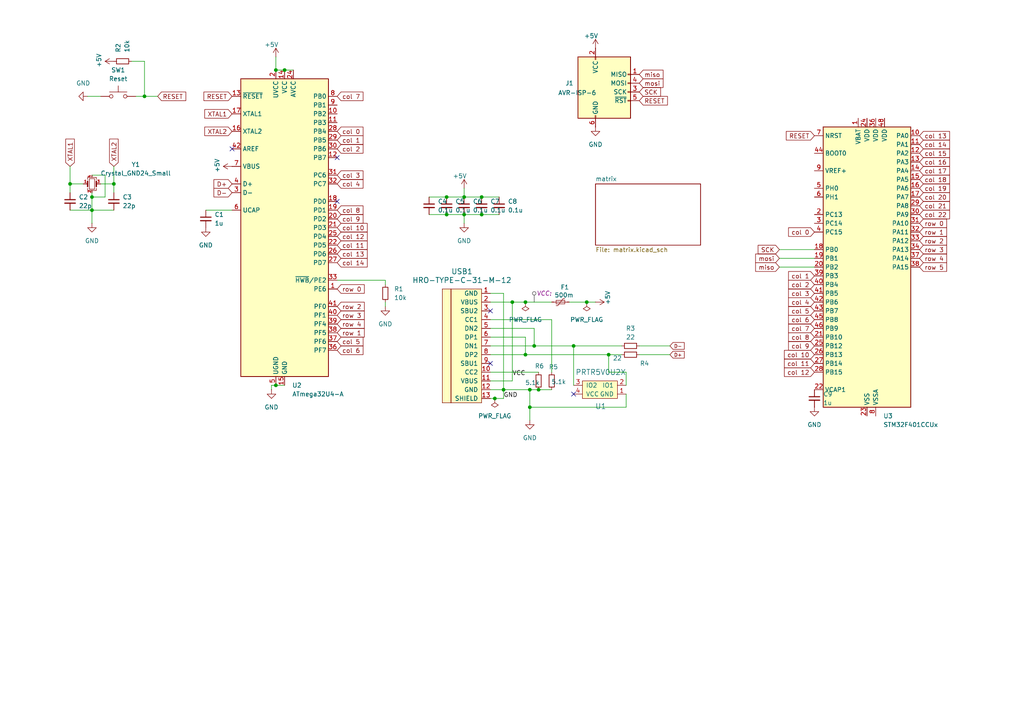
<source format=kicad_sch>
(kicad_sch (version 20231120) (generator "eeschema") (generator_version "8.0")
  (paper "A4")
  (lib_symbols
    (symbol "Connector:AVR-ISP-6" (pin_names (offset 1.016))
      (property "Reference" "J" (at -6.35 11.43 0))
      (property "Value" "AVR-ISP-6" (at 0 11.43 0))
      (symbol "AVR-ISP-6_0_1"
        (rectangle (start -2.667 -6.858) (end -2.413 -7.62))
        (rectangle (start -2.667 10.16) (end -2.413 9.398))
        (rectangle (start 7.62 -2.413) (end 6.858 -2.667))
        (rectangle (start 7.62 0.127) (end 6.858 -0.127))
        (rectangle (start 7.62 2.667) (end 6.858 2.413))
        (rectangle (start 7.62 5.207) (end 6.858 4.953))
        (rectangle (start 7.62 10.16) (end -7.62 -7.62) (stroke (width 0.254)) (fill (type background)))
      )
      (symbol "AVR-ISP-6_1_1"
        (pin passive line (at 10.16 5.08 180) (length 2.54) (name "MISO") (number "1"))
        (pin passive line (at -2.54 12.7 270) (length 2.54) (name "VCC") (number "2"))
        (pin passive line (at 10.16 0 180) (length 2.54) (name "SCK") (number "3"))
        (pin passive line (at 10.16 2.54 180) (length 2.54) (name "MOSI") (number "4"))
        (pin passive line (at 10.16 -2.54 180) (length 2.54) (name "~{RST}") (number "5"))
        (pin passive line (at -2.54 -10.16 90) (length 2.54) (name "GND") (number "6"))
      )
    )
    (symbol "Device:C_Small" (pin_numbers hide) (pin_names (offset 0.254) hide)
      (property "Reference" "C" (at 0.254 1.778 0))
      (property "Value" "C_Small" (at 0.254 -2.032 0))
      (symbol "C_Small_0_1"
        (polyline (pts (xy -1.524 -0.508) (xy 1.524 -0.508)) (stroke (width 0.3302)))
        (polyline (pts (xy -1.524 0.508) (xy 1.524 0.508)) (stroke (width 0.3048)))
      )
      (symbol "C_Small_1_1"
        (pin passive line (at 0 2.54 270) (length 2.032) (name "~") (number "1"))
        (pin passive line (at 0 -2.54 90) (length 2.032) (name "~") (number "2"))
      )
    )
    (symbol "Device:Crystal_GND24_Small" (pin_names (offset 1.016) hide)
      (property "Reference" "Y" (at 1.27 4.445 0))
      (property "Value" "Crystal_GND24_Small" (at 1.27 2.54 0))
      (symbol "Crystal_GND24_Small_0_1"
        (rectangle (start -0.762 -1.524) (end 0.762 1.524))
        (polyline (pts (xy -1.27 -0.762) (xy -1.27 0.762)) (stroke (width 0.381)))
        (polyline (pts (xy 1.27 -0.762) (xy 1.27 0.762)) (stroke (width 0.381)))
        (polyline (pts (xy -1.27 -1.27) (xy -1.27 -1.905) (xy 1.27 -1.905) (xy 1.27 -1.27)))
        (polyline (pts (xy -1.27 1.27) (xy -1.27 1.905) (xy 1.27 1.905) (xy 1.27 1.27)))
      )
      (symbol "Crystal_GND24_Small_1_1"
        (pin passive line (at -2.54 0 0) (length 1.27) (name "1") (number "1"))
        (pin passive line (at 0 -2.54 90) (length 0.635) (name "2") (number "2"))
        (pin passive line (at 2.54 0 180) (length 1.27) (name "3") (number "3"))
        (pin passive line (at 0 2.54 270) (length 0.635) (name "4") (number "4"))
      )
    )
    (symbol "Device:Polyfuse_Small" (pin_numbers hide) (pin_names (offset 0))
      (property "Reference" "F" (at -1.905 0 90))
      (property "Value" "Polyfuse_Small" (at 1.905 0 90))
      (symbol "Polyfuse_Small_0_1"
        (rectangle (start -0.508 1.27) (end 0.508 -1.27))
        (polyline (pts (xy 0 2.54) (xy 0 -2.54)))
        (polyline (pts (xy -1.016 1.27) (xy -1.016 0.762) (xy 1.016 -0.762) (xy 1.016 -1.27)))
      )
      (symbol "Polyfuse_Small_1_1"
        (pin passive line (at 0 2.54 270) (length 0.635) (name "~") (number "1"))
        (pin passive line (at 0 -2.54 90) (length 0.635) (name "~") (number "2"))
      )
    )
    (symbol "Device:R_Small" (pin_numbers hide) (pin_names (offset 0.254) hide)
      (property "Reference" "R" (at 0.762 0.508 0))
      (property "Value" "R_Small" (at 0.762 -1.016 0))
      (symbol "R_Small_0_1"
        (rectangle (start -0.762 1.778) (end 0.762 -1.778) (stroke (width 0.2032)))
      )
      (symbol "R_Small_1_1"
        (pin passive line (at 0 2.54 270) (length 0.762) (name "~") (number "1"))
        (pin passive line (at 0 -2.54 90) (length 0.762) (name "~") (number "2"))
      )
    )
    (symbol "MCU_Microchip_ATmega:ATmega32U4-A"
      (property "Reference" "U" (at -12.7 44.45 0))
      (property "Value" "ATmega32U4-A" (at 2.54 -44.45 0))
      (symbol "ATmega32U4-A_0_1"
        (rectangle (start -12.7 -43.18) (end 12.7 43.18) (stroke (width 0.254)) (fill (type background)))
      )
      (symbol "ATmega32U4-A_1_1"
        (pin bidirectional line (at 15.24 -17.78 180) (length 2.54) (name "PE6") (number "1"))
        (pin bidirectional line (at 15.24 33.02 180) (length 2.54) (name "PB2") (number "10"))
        (pin bidirectional line (at 15.24 30.48 180) (length 2.54) (name "PB3") (number "11"))
        (pin bidirectional line (at 15.24 20.32 180) (length 2.54) (name "PB7") (number "12"))
        (pin input line (at -15.24 38.1 0) (length 2.54) (name "~{RESET}") (number "13"))
        (pin power_in line (at 0 45.72 270) (length 2.54) (name "VCC") (number "14"))
        (pin power_in line (at 0 -45.72 90) (length 2.54) (name "GND") (number "15"))
        (pin output line (at -15.24 27.94 0) (length 2.54) (name "XTAL2") (number "16"))
        (pin input line (at -15.24 33.02 0) (length 2.54) (name "XTAL1") (number "17"))
        (pin bidirectional line (at 15.24 7.62 180) (length 2.54) (name "PD0") (number "18"))
        (pin bidirectional line (at 15.24 5.08 180) (length 2.54) (name "PD1") (number "19"))
        (pin power_in line (at -2.54 45.72 270) (length 2.54) (name "UVCC") (number "2"))
        (pin bidirectional line (at 15.24 2.54 180) (length 2.54) (name "PD2") (number "20"))
        (pin bidirectional line (at 15.24 0 180) (length 2.54) (name "PD3") (number "21"))
        (pin bidirectional line (at 15.24 -5.08 180) (length 2.54) (name "PD5") (number "22"))
        (pin passive line (at 0 -45.72 90) (length 2.54) hide (name "GND") (number "23"))
        (pin power_in line (at 2.54 45.72 270) (length 2.54) (name "AVCC") (number "24"))
        (pin bidirectional line (at 15.24 -2.54 180) (length 2.54) (name "PD4") (number "25"))
        (pin bidirectional line (at 15.24 -7.62 180) (length 2.54) (name "PD6") (number "26"))
        (pin bidirectional line (at 15.24 -10.16 180) (length 2.54) (name "PD7") (number "27"))
        (pin bidirectional line (at 15.24 27.94 180) (length 2.54) (name "PB4") (number "28"))
        (pin bidirectional line (at 15.24 25.4 180) (length 2.54) (name "PB5") (number "29"))
        (pin bidirectional line (at -15.24 10.16 0) (length 2.54) (name "D-") (number "3"))
        (pin bidirectional line (at 15.24 22.86 180) (length 2.54) (name "PB6") (number "30"))
        (pin bidirectional line (at 15.24 15.24 180) (length 2.54) (name "PC6") (number "31"))
        (pin bidirectional line (at 15.24 12.7 180) (length 2.54) (name "PC7") (number "32"))
        (pin bidirectional line (at 15.24 -15.24 180) (length 2.54) (name "~{HWB}/PE2") (number "33"))
        (pin passive line (at 0 45.72 270) (length 2.54) hide (name "VCC") (number "34"))
        (pin passive line (at 0 -45.72 90) (length 2.54) hide (name "GND") (number "35"))
        (pin bidirectional line (at 15.24 -35.56 180) (length 2.54) (name "PF7") (number "36"))
        (pin bidirectional line (at 15.24 -33.02 180) (length 2.54) (name "PF6") (number "37"))
        (pin bidirectional line (at 15.24 -30.48 180) (length 2.54) (name "PF5") (number "38"))
        (pin bidirectional line (at 15.24 -27.94 180) (length 2.54) (name "PF4") (number "39"))
        (pin bidirectional line (at -15.24 12.7 0) (length 2.54) (name "D+") (number "4"))
        (pin bidirectional line (at 15.24 -25.4 180) (length 2.54) (name "PF1") (number "40"))
        (pin bidirectional line (at 15.24 -22.86 180) (length 2.54) (name "PF0") (number "41"))
        (pin passive line (at -15.24 22.86 0) (length 2.54) (name "AREF") (number "42"))
        (pin passive line (at 0 -45.72 90) (length 2.54) hide (name "GND") (number "43"))
        (pin passive line (at 2.54 45.72 270) (length 2.54) hide (name "AVCC") (number "44"))
        (pin passive line (at -2.54 -45.72 90) (length 2.54) (name "UGND") (number "5"))
        (pin passive line (at -15.24 5.08 0) (length 2.54) (name "UCAP") (number "6"))
        (pin input line (at -15.24 17.78 0) (length 2.54) (name "VBUS") (number "7"))
        (pin bidirectional line (at 15.24 38.1 180) (length 2.54) (name "PB0") (number "8"))
        (pin bidirectional line (at 15.24 35.56 180) (length 2.54) (name "PB1") (number "9"))
      )
    )
    (symbol "MCU_ST_STM32F4:STM32F401CCUx"
      (property "Reference" "U" (at -12.7 41.91 0))
      (property "Value" "STM32F401CCUx" (at 7.62 41.91 0))
      (symbol "STM32F401CCUx_0_1"
        (rectangle (start -12.7 -40.64) (end 12.7 40.64) (stroke (width 0.254)) (fill (type background)))
      )
      (symbol "STM32F401CCUx_1_1"
        (pin power_in line (at -2.54 43.18 270) (length 2.54) (name "VBAT") (number "1"))
        (pin bidirectional line (at 15.24 38.1 180) (length 2.54) (name "PA0") (number "10"))
        (pin bidirectional line (at 15.24 35.56 180) (length 2.54) (name "PA1") (number "11"))
        (pin bidirectional line (at 15.24 33.02 180) (length 2.54) (name "PA2") (number "12"))
        (pin bidirectional line (at 15.24 30.48 180) (length 2.54) (name "PA3") (number "13"))
        (pin bidirectional line (at 15.24 27.94 180) (length 2.54) (name "PA4") (number "14"))
        (pin bidirectional line (at 15.24 25.4 180) (length 2.54) (name "PA5") (number "15"))
        (pin bidirectional line (at 15.24 22.86 180) (length 2.54) (name "PA6") (number "16"))
        (pin bidirectional line (at 15.24 20.32 180) (length 2.54) (name "PA7") (number "17"))
        (pin bidirectional line (at -15.24 5.08 0) (length 2.54) (name "PB0") (number "18"))
        (pin bidirectional line (at -15.24 2.54 0) (length 2.54) (name "PB1") (number "19"))
        (pin bidirectional line (at -15.24 15.24 0) (length 2.54) (name "PC13") (number "2"))
        (pin bidirectional line (at -15.24 0 0) (length 2.54) (name "PB2") (number "20"))
        (pin bidirectional line (at -15.24 -20.32 0) (length 2.54) (name "PB10") (number "21"))
        (pin power_out line (at -15.24 -35.56 0) (length 2.54) (name "VCAP1") (number "22"))
        (pin power_in line (at 0 -43.18 90) (length 2.54) (name "VSS") (number "23"))
        (pin power_in line (at 0 43.18 270) (length 2.54) (name "VDD") (number "24"))
        (pin bidirectional line (at -15.24 -22.86 0) (length 2.54) (name "PB12") (number "25"))
        (pin bidirectional line (at -15.24 -25.4 0) (length 2.54) (name "PB13") (number "26"))
        (pin bidirectional line (at -15.24 -27.94 0) (length 2.54) (name "PB14") (number "27"))
        (pin bidirectional line (at -15.24 -30.48 0) (length 2.54) (name "PB15") (number "28"))
        (pin bidirectional line (at 15.24 17.78 180) (length 2.54) (name "PA8") (number "29"))
        (pin bidirectional line (at -15.24 12.7 0) (length 2.54) (name "PC14") (number "3"))
        (pin bidirectional line (at 15.24 15.24 180) (length 2.54) (name "PA9") (number "30"))
        (pin bidirectional line (at 15.24 12.7 180) (length 2.54) (name "PA10") (number "31"))
        (pin bidirectional line (at 15.24 10.16 180) (length 2.54) (name "PA11") (number "32"))
        (pin bidirectional line (at 15.24 7.62 180) (length 2.54) (name "PA12") (number "33"))
        (pin bidirectional line (at 15.24 5.08 180) (length 2.54) (name "PA13") (number "34"))
        (pin passive line (at 0 -43.18 90) (length 2.54) hide (name "VSS") (number "35"))
        (pin power_in line (at 2.54 43.18 270) (length 2.54) (name "VDD") (number "36"))
        (pin bidirectional line (at 15.24 2.54 180) (length 2.54) (name "PA14") (number "37"))
        (pin bidirectional line (at 15.24 0 180) (length 2.54) (name "PA15") (number "38"))
        (pin bidirectional line (at -15.24 -2.54 0) (length 2.54) (name "PB3") (number "39"))
        (pin bidirectional line (at -15.24 10.16 0) (length 2.54) (name "PC15") (number "4"))
        (pin bidirectional line (at -15.24 -5.08 0) (length 2.54) (name "PB4") (number "40"))
        (pin bidirectional line (at -15.24 -7.62 0) (length 2.54) (name "PB5") (number "41"))
        (pin bidirectional line (at -15.24 -10.16 0) (length 2.54) (name "PB6") (number "42"))
        (pin bidirectional line (at -15.24 -12.7 0) (length 2.54) (name "PB7") (number "43"))
        (pin input line (at -15.24 33.02 0) (length 2.54) (name "BOOT0") (number "44"))
        (pin bidirectional line (at -15.24 -15.24 0) (length 2.54) (name "PB8") (number "45"))
        (pin bidirectional line (at -15.24 -17.78 0) (length 2.54) (name "PB9") (number "46"))
        (pin passive line (at 0 -43.18 90) (length 2.54) hide (name "VSS") (number "47"))
        (pin power_in line (at 5.08 43.18 270) (length 2.54) (name "VDD") (number "48"))
        (pin passive line (at 0 -43.18 90) (length 2.54) hide (name "VSS") (number "49"))
        (pin bidirectional line (at -15.24 22.86 0) (length 2.54) (name "PH0") (number "5"))
        (pin bidirectional line (at -15.24 20.32 0) (length 2.54) (name "PH1") (number "6"))
        (pin input line (at -15.24 38.1 0) (length 2.54) (name "NRST") (number "7"))
        (pin power_in line (at 2.54 -43.18 90) (length 2.54) (name "VSSA") (number "8"))
        (pin input line (at -15.24 27.94 0) (length 2.54) (name "VREF+") (number "9"))
      )
    )
    (symbol "Switch:SW_Push" (pin_numbers hide) (pin_names (offset 1.016) hide)
      (property "Reference" "SW" (at 1.27 2.54 0))
      (property "Value" "SW_Push" (at 0 -1.524 0))
      (symbol "SW_Push_0_1"
        (circle (center -2.032 0) (radius 0.508))
        (polyline (pts (xy 0 1.27) (xy 0 3.048)))
        (polyline (pts (xy 2.54 1.27) (xy -2.54 1.27)))
        (circle (center 2.032 0) (radius 0.508))
        (pin passive line (at -5.08 0 0) (length 2.54) (name "1") (number "1"))
        (pin passive line (at 5.08 0 180) (length 2.54) (name "2") (number "2"))
      )
    )
    (symbol "Type-C:HRO-TYPE-C-31-M-12" (pin_names (offset 1.016))
      (property "Reference" "USB" (at -5.08 16.51 0))
      (property "Value" "HRO-TYPE-C-31-M-12" (at -10.16 -1.27 90))
      (symbol "HRO-TYPE-C-31-M-12_0_1"
        (rectangle (start -11.43 15.24) (end -8.89 -17.78) (fill (type background)))
        (rectangle (start 0 -17.78) (end -8.89 15.24) (fill (type background)))
      )
      (symbol "HRO-TYPE-C-31-M-12_1_1"
        (pin input line (at 2.54 13.97 180) (length 2.54) (name "GND") (number "1"))
        (pin input line (at 2.54 -8.89 180) (length 2.54) (name "CC2") (number "10"))
        (pin input line (at 2.54 -11.43 180) (length 2.54) (name "VBUS") (number "11"))
        (pin input line (at 2.54 -13.97 180) (length 2.54) (name "GND") (number "12"))
        (pin input line (at 2.54 -16.51 180) (length 2.54) (name "SHIELD") (number "13"))
        (pin input line (at 2.54 11.43 180) (length 2.54) (name "VBUS") (number "2"))
        (pin input line (at 2.54 8.89 180) (length 2.54) (name "SBU2") (number "3"))
        (pin input line (at 2.54 6.35 180) (length 2.54) (name "CC1") (number "4"))
        (pin input line (at 2.54 3.81 180) (length 2.54) (name "DN2") (number "5"))
        (pin input line (at 2.54 1.27 180) (length 2.54) (name "DP1") (number "6"))
        (pin input line (at 2.54 -1.27 180) (length 2.54) (name "DN1") (number "7"))
        (pin input line (at 2.54 -3.81 180) (length 2.54) (name "DP2") (number "8"))
        (pin input line (at 2.54 -6.35 180) (length 2.54) (name "SBU1") (number "9"))
      )
    )
    (symbol "power:+5V" (power) (pin_numbers hide) (pin_names (offset 0) hide)
      (property "Value" "+5V" (at 0 3.556 0))
      (symbol "+5V_0_1"
        (polyline (pts (xy -0.762 1.27) (xy 0 2.54)))
        (polyline (pts (xy 0 0) (xy 0 2.54)))
        (polyline (pts (xy 0 2.54) (xy 0.762 1.27)))
      )
      (symbol "+5V_1_1"
        (pin power_in line (at 0 0 90) (length 0) (name "~") (number "1"))
      )
    )
    (symbol "power:GND" (power) (pin_numbers hide) (pin_names (offset 0) hide)
      (property "Value" "GND" (at 0 -3.81 0))
      (symbol "GND_0_1"
        (polyline (pts (xy 0 0) (xy 0 -1.27) (xy 1.27 -1.27) (xy 0 -2.54) (xy -1.27 -1.27) (xy 0 -1.27)))
      )
      (symbol "GND_1_1"
        (pin power_in line (at 0 0 270) (length 0) (name "~") (number "1"))
      )
    )
    (symbol "power:PWR_FLAG" (power) (pin_numbers hide) (pin_names (offset 0) hide)
      (property "Value" "PWR_FLAG" (at 0 3.81 0))
      (symbol "PWR_FLAG_0_0"
        (pin power_out line (at 0 0 90) (length 0) (name "~") (number "1"))
      )
      (symbol "PWR_FLAG_0_1"
        (polyline (pts (xy 0 0) (xy 0 1.27) (xy -1.016 1.905) (xy 0 2.54) (xy 1.016 1.905) (xy 0 1.27)))
      )
    )
    (symbol "random-keyboard-parts:PRTR5V0U2X" (pin_names (offset 1.016))
      (property "Reference" "U" (at 0 3.81 0))
      (property "Value" "PRTR5V0U2X" (at 0 -3.81 0))
      (symbol "PRTR5V0U2X_0_1"
        (rectangle (start -5.08 2.54) (end 5.08 -2.54) (fill (type background)))
      )
      (symbol "PRTR5V0U2X_1_1"
        (pin input line (at -7.62 1.27 0) (length 2.54) (name "GND") (number "1"))
        (pin input line (at -7.62 -1.27 0) (length 2.54) (name "IO1") (number "2"))
        (pin input line (at 7.62 -1.27 180) (length 2.54) (name "IO2") (number "3"))
        (pin input line (at 7.62 1.27 180) (length 2.54) (name "VCC") (number "4"))
      )
    )
  )
  (junction (at 154.94 100.33))
  (junction (at 129.54 57.15))
  (junction (at 41.91 27.94))
  (junction (at 143.51 115.57))
  (junction (at 129.54 62.23))
  (junction (at 26.67 57.15))
  (junction (at 80.01 20.32))
  (junction (at 80.01 111.76))
  (junction (at 148.59 87.63))
  (junction (at 153.67 113.03))
  (junction (at 20.32 53.34))
  (junction (at 152.4 87.63))
  (junction (at 166.37 100.33))
  (junction (at 146.05 113.03))
  (junction (at 152.4 102.87))
  (junction (at 153.67 118.11))
  (junction (at 176.53 102.87))
  (junction (at 134.62 57.15))
  (junction (at 156.21 113.03))
  (junction (at 26.67 60.96))
  (junction (at 33.02 53.34))
  (junction (at 170.18 87.63))
  (junction (at 134.62 62.23))
  (junction (at 139.7 62.23))
  (junction (at 139.7 57.15))
  (junction (at 82.55 20.32))
  (no_connect (at 97.79 45.72))
  (no_connect (at 142.24 90.17))
  (no_connect (at 67.31 43.18))
  (no_connect (at 166.37 114.3))
  (no_connect (at 97.79 58.42))
  (no_connect (at 142.24 105.41))
  (wire (pts (xy 29.21 53.34) (xy 33.02 53.34)))
  (wire (pts (xy 41.91 27.94) (xy 45.72 27.94)))
  (wire (pts (xy 139.7 62.23) (xy 144.78 62.23)))
  (wire (pts (xy 176.53 102.87) (xy 180.34 102.87)))
  (wire (pts (xy 142.24 97.79) (xy 152.4 97.79)))
  (wire (pts (xy 181.61 107.95) (xy 181.61 111.76)))
  (wire (pts (xy 142.24 102.87) (xy 152.4 102.87)))
  (wire (pts (xy 142.24 92.71) (xy 160.02 92.71)))
  (wire (pts (xy 78.74 111.76) (xy 80.01 111.76)))
  (wire (pts (xy 153.67 118.11) (xy 181.61 118.11)))
  (wire (pts (xy 26.67 57.15) (xy 30.48 57.15)))
  (wire (pts (xy 33.02 53.34) (xy 33.02 55.88)))
  (wire (pts (xy 25.4 27.94) (xy 29.21 27.94)))
  (wire (pts (xy 142.24 115.57) (xy 143.51 115.57)))
  (wire (pts (xy 166.37 100.33) (xy 180.34 100.33)))
  (wire (pts (xy 226.06 77.47) (xy 236.22 77.47)))
  (wire (pts (xy 124.46 57.15) (xy 129.54 57.15)))
  (wire (pts (xy 146.05 113.03) (xy 142.24 113.03)))
  (wire (pts (xy 41.91 17.78) (xy 41.91 27.94)))
  (wire (pts (xy 146.05 85.09) (xy 146.05 113.03)))
  (wire (pts (xy 139.7 57.15) (xy 144.78 57.15)))
  (wire (pts (xy 20.32 53.34) (xy 24.13 53.34)))
  (wire (pts (xy 26.67 57.15) (xy 26.67 55.88)))
  (wire (pts (xy 152.4 97.79) (xy 152.4 102.87)))
  (wire (pts (xy 39.37 27.94) (xy 41.91 27.94)))
  (wire (pts (xy 160.02 113.03) (xy 156.21 113.03)))
  (wire (pts (xy 80.01 20.32) (xy 82.55 20.32)))
  (wire (pts (xy 80.01 111.76) (xy 82.55 111.76)))
  (wire (pts (xy 148.59 110.49) (xy 142.24 110.49)))
  (wire (pts (xy 124.46 62.23) (xy 129.54 62.23)))
  (wire (pts (xy 82.55 20.32) (xy 85.09 20.32)))
  (wire (pts (xy 142.24 85.09) (xy 146.05 85.09)))
  (wire (pts (xy 146.05 113.03) (xy 153.67 113.03)))
  (wire (pts (xy 176.53 102.87) (xy 176.53 107.95)))
  (wire (pts (xy 226.06 72.39) (xy 236.22 72.39)))
  (wire (pts (xy 226.06 74.93) (xy 236.22 74.93)))
  (wire (pts (xy 134.62 57.15) (xy 139.7 57.15)))
  (wire (pts (xy 142.24 95.25) (xy 154.94 95.25)))
  (wire (pts (xy 148.59 87.63) (xy 152.4 87.63)))
  (wire (pts (xy 33.02 48.26) (xy 33.02 53.34)))
  (wire (pts (xy 142.24 100.33) (xy 154.94 100.33)))
  (wire (pts (xy 134.62 62.23) (xy 139.7 62.23)))
  (wire (pts (xy 129.54 57.15) (xy 134.62 57.15)))
  (wire (pts (xy 154.94 100.33) (xy 166.37 100.33)))
  (wire (pts (xy 20.32 48.26) (xy 20.32 53.34)))
  (wire (pts (xy 97.79 81.28) (xy 111.76 81.28)))
  (wire (pts (xy 134.62 54.61) (xy 134.62 57.15)))
  (wire (pts (xy 78.74 113.03) (xy 78.74 111.76)))
  (wire (pts (xy 152.4 102.87) (xy 176.53 102.87)))
  (wire (pts (xy 143.51 115.57) (xy 146.05 115.57)))
  (wire (pts (xy 20.32 53.34) (xy 20.32 55.88)))
  (wire (pts (xy 38.1 17.78) (xy 41.91 17.78)))
  (wire (pts (xy 80.01 16.51) (xy 80.01 20.32)))
  (wire (pts (xy 142.24 87.63) (xy 148.59 87.63)))
  (wire (pts (xy 165.1 87.63) (xy 170.18 87.63)))
  (wire (pts (xy 26.67 60.96) (xy 33.02 60.96)))
  (wire (pts (xy 111.76 88.9) (xy 111.76 87.63)))
  (wire (pts (xy 152.4 87.63) (xy 160.02 87.63)))
  (wire (pts (xy 166.37 100.33) (xy 166.37 111.76)))
  (wire (pts (xy 111.76 82.55) (xy 111.76 81.28)))
  (wire (pts (xy 160.02 92.71) (xy 160.02 107.95)))
  (wire (pts (xy 142.24 107.95) (xy 156.21 107.95)))
  (wire (pts (xy 26.67 50.8) (xy 30.48 50.8)))
  (wire (pts (xy 153.67 118.11) (xy 153.67 121.92)))
  (wire (pts (xy 134.62 62.23) (xy 134.62 64.77)))
  (wire (pts (xy 153.67 113.03) (xy 156.21 113.03)))
  (wire (pts (xy 30.48 50.8) (xy 30.48 57.15)))
  (wire (pts (xy 26.67 57.15) (xy 26.67 60.96)))
  (wire (pts (xy 148.59 87.63) (xy 148.59 110.49)))
  (wire (pts (xy 185.42 100.33) (xy 194.31 100.33)))
  (wire (pts (xy 129.54 62.23) (xy 134.62 62.23)))
  (wire (pts (xy 170.18 87.63) (xy 172.72 87.63)))
  (wire (pts (xy 59.69 60.96) (xy 67.31 60.96)))
  (wire (pts (xy 154.94 95.25) (xy 154.94 100.33)))
  (wire (pts (xy 181.61 114.3) (xy 181.61 118.11)))
  (wire (pts (xy 153.67 113.03) (xy 153.67 118.11)))
  (wire (pts (xy 176.53 107.95) (xy 181.61 107.95)))
  (wire (pts (xy 146.05 115.57) (xy 146.05 113.03)))
  (wire (pts (xy 20.32 60.96) (xy 26.67 60.96)))
  (wire (pts (xy 185.42 102.87) (xy 194.31 102.87)))
  (wire (pts (xy 26.67 60.96) (xy 26.67 64.77)))
  (label "GND" (at 146.05 115.57 0))
  (label "VCC" (at 148.59 109.22 0))
  (global_label "col 3" (shape input) (at 97.79 50.8 0) (property "Intersheetrefs" "${INTERSHEET_REFS}" (effects (hide yes))))
  (global_label "row 0" (shape input) (at 266.7 64.77 0) (property "Intersheetrefs" "${INTERSHEET_REFS}" (effects (hide yes))))
  (global_label "col 13" (shape input) (at 266.7 39.37 0) (property "Intersheetrefs" "${INTERSHEET_REFS}" (effects (hide yes))))
  (global_label "col 7" (shape input) (at 236.22 95.25 180) (property "Intersheetrefs" "${INTERSHEET_REFS}" (effects (hide yes))))
  (global_label "RESET" (shape input) (at 185.42 29.21 0) (property "Intersheetrefs" "${INTERSHEET_REFS}" (effects (hide yes))))
  (global_label "miso" (shape input) (at 226.06 77.47 180) (property "Intersheetrefs" "${INTERSHEET_REFS}" (effects (hide yes))))
  (global_label "col 3" (shape input) (at 236.22 85.09 180) (property "Intersheetrefs" "${INTERSHEET_REFS}" (effects (hide yes))))
  (global_label "col 6" (shape input) (at 236.22 92.71 180) (property "Intersheetrefs" "${INTERSHEET_REFS}" (effects (hide yes))))
  (global_label "col 13" (shape input) (at 97.79 73.66 0) (property "Intersheetrefs" "${INTERSHEET_REFS}" (effects (hide yes))))
  (global_label "row 3" (shape input) (at 97.79 91.44 0) (property "Intersheetrefs" "${INTERSHEET_REFS}" (effects (hide yes))))
  (global_label "col 12" (shape input) (at 236.22 107.95 180) (property "Intersheetrefs" "${INTERSHEET_REFS}" (effects (hide yes))))
  (global_label "col 4" (shape input) (at 236.22 87.63 180) (property "Intersheetrefs" "${INTERSHEET_REFS}" (effects (hide yes))))
  (global_label "col 5" (shape input) (at 97.79 99.06 0) (property "Intersheetrefs" "${INTERSHEET_REFS}" (effects (hide yes))))
  (global_label "col 2" (shape input) (at 236.22 82.55 180) (property "Intersheetrefs" "${INTERSHEET_REFS}" (effects (hide yes))))
  (global_label "col 21" (shape input) (at 266.7 59.69 0) (property "Intersheetrefs" "${INTERSHEET_REFS}" (effects (hide yes))))
  (global_label "col 6" (shape input) (at 97.79 101.6 0) (property "Intersheetrefs" "${INTERSHEET_REFS}" (effects (hide yes))))
  (global_label "XTAL2" (shape input) (at 67.31 38.1 180) (property "Intersheetrefs" "${INTERSHEET_REFS}" (effects (hide yes))))
  (global_label "col 0" (shape input) (at 97.79 38.1 0) (property "Intersheetrefs" "${INTERSHEET_REFS}" (effects (hide yes))))
  (global_label "row 3" (shape input) (at 266.7 72.39 0) (property "Intersheetrefs" "${INTERSHEET_REFS}" (effects (hide yes))))
  (global_label "col 14" (shape input) (at 97.79 76.2 0) (property "Intersheetrefs" "${INTERSHEET_REFS}" (effects (hide yes))))
  (global_label "col 19" (shape input) (at 266.7 54.61 0) (property "Intersheetrefs" "${INTERSHEET_REFS}" (effects (hide yes))))
  (global_label "SCK" (shape input) (at 185.42 26.67 0) (property "Intersheetrefs" "${INTERSHEET_REFS}" (effects (hide yes))))
  (global_label "col 5" (shape input) (at 236.22 90.17 180) (property "Intersheetrefs" "${INTERSHEET_REFS}" (effects (hide yes))))
  (global_label "col 2" (shape input) (at 97.79 43.18 0) (property "Intersheetrefs" "${INTERSHEET_REFS}" (effects (hide yes))))
  (global_label "col 4" (shape input) (at 97.79 53.34 0) (property "Intersheetrefs" "${INTERSHEET_REFS}" (effects (hide yes))))
  (global_label "col 1" (shape input) (at 236.22 80.01 180) (property "Intersheetrefs" "${INTERSHEET_REFS}" (effects (hide yes))))
  (global_label "RESET" (shape input) (at 67.31 27.94 180) (property "Intersheetrefs" "${INTERSHEET_REFS}" (effects (hide yes))))
  (global_label "XTAL2" (shape input) (at 33.02 48.26 90) (property "Intersheetrefs" "${INTERSHEET_REFS}" (effects (hide yes))))
  (global_label "SCK" (shape input) (at 226.06 72.39 180) (property "Intersheetrefs" "${INTERSHEET_REFS}" (effects (hide yes))))
  (global_label "row 2" (shape input) (at 266.7 69.85 0) (property "Intersheetrefs" "${INTERSHEET_REFS}" (effects (hide yes))))
  (global_label "D-" (shape input) (at 194.31 100.33 0) (effects (font (size 1 1))) (property "Intersheetrefs" "${INTERSHEET_REFS}" (effects (hide yes))))
  (global_label "col 1" (shape input) (at 97.79 40.64 0) (property "Intersheetrefs" "${INTERSHEET_REFS}" (effects (hide yes))))
  (global_label "col 11" (shape input) (at 236.22 105.41 180) (property "Intersheetrefs" "${INTERSHEET_REFS}" (effects (hide yes))))
  (global_label "col 8" (shape input) (at 97.79 60.96 0) (property "Intersheetrefs" "${INTERSHEET_REFS}" (effects (hide yes))))
  (global_label "col 0" (shape input) (at 236.22 67.31 180) (property "Intersheetrefs" "${INTERSHEET_REFS}" (effects (hide yes))))
  (global_label "row 4" (shape input) (at 266.7 74.93 0) (property "Intersheetrefs" "${INTERSHEET_REFS}" (effects (hide yes))))
  (global_label "col 17" (shape input) (at 266.7 49.53 0) (property "Intersheetrefs" "${INTERSHEET_REFS}" (effects (hide yes))))
  (global_label "mosi" (shape input) (at 185.42 24.13 0) (property "Intersheetrefs" "${INTERSHEET_REFS}" (effects (hide yes))))
  (global_label "XTAL1" (shape input) (at 67.31 33.02 180) (property "Intersheetrefs" "${INTERSHEET_REFS}" (effects (hide yes))))
  (global_label "col 12" (shape input) (at 97.79 68.58 0) (property "Intersheetrefs" "${INTERSHEET_REFS}" (effects (hide yes))))
  (global_label "D+" (shape input) (at 194.31 102.87 0) (effects (font (size 1 1))) (property "Intersheetrefs" "${INTERSHEET_REFS}" (effects (hide yes))))
  (global_label "miso" (shape input) (at 185.42 21.59 0) (property "Intersheetrefs" "${INTERSHEET_REFS}" (effects (hide yes))))
  (global_label "col 9" (shape input) (at 97.79 63.5 0) (property "Intersheetrefs" "${INTERSHEET_REFS}" (effects (hide yes))))
  (global_label "col 18" (shape input) (at 266.7 52.07 0) (property "Intersheetrefs" "${INTERSHEET_REFS}" (effects (hide yes))))
  (global_label "row 4" (shape input) (at 97.79 93.98 0) (property "Intersheetrefs" "${INTERSHEET_REFS}" (effects (hide yes))))
  (global_label "row 1" (shape input) (at 97.79 96.52 0) (property "Intersheetrefs" "${INTERSHEET_REFS}" (effects (hide yes))))
  (global_label "mosi" (shape input) (at 226.06 74.93 180) (property "Intersheetrefs" "${INTERSHEET_REFS}" (effects (hide yes))))
  (global_label "col 14" (shape input) (at 266.7 41.91 0) (property "Intersheetrefs" "${INTERSHEET_REFS}" (effects (hide yes))))
  (global_label "col 22" (shape input) (at 266.7 62.23 0) (property "Intersheetrefs" "${INTERSHEET_REFS}" (effects (hide yes))))
  (global_label "RESET" (shape input) (at 45.72 27.94 0) (property "Intersheetrefs" "${INTERSHEET_REFS}" (effects (hide yes))))
  (global_label "col 10" (shape input) (at 97.79 66.04 0) (property "Intersheetrefs" "${INTERSHEET_REFS}" (effects (hide yes))))
  (global_label "col 8" (shape input) (at 236.22 97.79 180) (property "Intersheetrefs" "${INTERSHEET_REFS}" (effects (hide yes))))
  (global_label "col 11" (shape input) (at 97.79 71.12 0) (property "Intersheetrefs" "${INTERSHEET_REFS}" (effects (hide yes))))
  (global_label "col 10" (shape input) (at 236.22 102.87 180) (property "Intersheetrefs" "${INTERSHEET_REFS}" (effects (hide yes))))
  (global_label "XTAL1" (shape input) (at 20.32 48.26 90) (property "Intersheetrefs" "${INTERSHEET_REFS}" (effects (hide yes))))
  (global_label "row 2" (shape input) (at 97.79 88.9 0) (property "Intersheetrefs" "${INTERSHEET_REFS}" (effects (hide yes))))
  (global_label "col 20" (shape input) (at 266.7 57.15 0) (property "Intersheetrefs" "${INTERSHEET_REFS}" (effects (hide yes))))
  (global_label "D+" (shape input) (at 67.31 53.34 180) (property "Intersheetrefs" "${INTERSHEET_REFS}" (effects (hide yes))))
  (global_label "col 9" (shape input) (at 236.22 100.33 180) (property "Intersheetrefs" "${INTERSHEET_REFS}" (effects (hide yes))))
  (global_label "row 5" (shape input) (at 266.7 77.47 0) (property "Intersheetrefs" "${INTERSHEET_REFS}" (effects (hide yes))))
  (global_label "col 15" (shape input) (at 266.7 44.45 0) (property "Intersheetrefs" "${INTERSHEET_REFS}" (effects (hide yes))))
  (global_label "RESET" (shape input) (at 236.22 39.37 180) (property "Intersheetrefs" "${INTERSHEET_REFS}" (effects (hide yes))))
  (global_label "D-" (shape input) (at 67.31 55.88 180) (property "Intersheetrefs" "${INTERSHEET_REFS}" (effects (hide yes))))
  (global_label "row 0" (shape input) (at 97.79 83.82 0) (property "Intersheetrefs" "${INTERSHEET_REFS}" (effects (hide yes))))
  (global_label "col 16" (shape input) (at 266.7 46.99 0) (property "Intersheetrefs" "${INTERSHEET_REFS}" (effects (hide yes))))
  (global_label "row 1" (shape input) (at 266.7 67.31 0) (property "Intersheetrefs" "${INTERSHEET_REFS}" (effects (hide yes))))
  (global_label "col 7" (shape input) (at 97.79 27.94 0) (property "Intersheetrefs" "${INTERSHEET_REFS}" (effects (hide yes))))
  (netclass_flag "" (length 2.54) (shape round) (at 154.94 87.63 0))
  (symbol (lib_id "Device:R_Small") (at 182.88 102.87 90) (unit 1)
    (property "Reference" "R4" (at 186.944 105.41 90))
    (property "Value" "22" (at 179.07 103.886 90))
    (property "Description" "Resistor, small symbol" (effects (hide yes)))
  )
  (symbol (lib_id "power:PWR_FLAG") (at 170.18 87.63 180) (unit 1)
    (property "Reference" "#FLG03" (effects (hide yes)))
    (property "Value" "PWR_FLAG" (at 170.18 92.71 0))
    (property "Description" "Special symbol for telling ERC where power comes from" (effects (hide yes)))
  )
  (symbol (lib_id "Device:C_Small") (at 144.78 59.69 0) (unit 1)
    (property "Reference" "C8" (at 147.32 58.4262 0) (effects (justify left)))
    (property "Value" "0.1u" (at 147.32 60.9662 0) (effects (justify left)))
    (property "Description" "Unpolarized capacitor, small symbol" (effects (hide yes)))
  )
  (symbol (lib_id "power:GND") (at 172.72 36.83 0) (unit 1)
    (property "Reference" "#PWR09" (effects (hide yes)))
    (property "Value" "GND" (at 172.72 41.91 0))
    (property "Description" "Power symbol creates a global label with name \"GND\" , ground" (effects (hide yes)))
  )
  (symbol (lib_id "power:+5V") (at 80.01 16.51 0) (unit 1)
    (property "Reference" "#PWR01" (effects (hide yes)))
    (property "Value" "+5V" (at 78.74 12.954 0))
    (property "Description" "Power symbol creates a global label with name \"+5V\"" (effects (hide yes)))
  )
  (symbol (lib_id "Device:C_Small") (at 33.02 58.42 0) (unit 1)
    (property "Reference" "C3" (at 35.56 57.1562 0) (effects (justify left)))
    (property "Value" "22p" (at 35.56 59.6962 0) (effects (justify left)))
    (property "Description" "Unpolarized capacitor, small symbol" (effects (hide yes)))
  )
  (symbol (lib_id "Device:C_Small") (at 134.62 59.69 0) (unit 1)
    (property "Reference" "C6" (at 137.16 58.4262 0) (effects (justify left)))
    (property "Value" "0.1u" (at 137.16 60.9662 0) (effects (justify left)))
    (property "Description" "Unpolarized capacitor, small symbol" (effects (hide yes)))
  )
  (symbol (lib_id "Device:R_Small") (at 156.21 110.49 0) (unit 1)
    (property "Reference" "R6" (at 156.464 106.172 0))
    (property "Value" "5.1k" (at 154.432 110.998 0))
    (property "Description" "Resistor, small symbol" (effects (hide yes)))
  )
  (symbol (lib_id "power:GND") (at 236.22 118.11 0) (unit 1)
    (property "Reference" "#PWR015" (effects (hide yes)))
    (property "Value" "GND" (at 236.22 123.19 0))
    (property "Description" "Power symbol creates a global label with name \"GND\" , ground" (effects (hide yes)))
  )
  (symbol (lib_id "Device:C_Small") (at 59.69 63.5 0) (unit 1)
    (property "Reference" "C1" (at 62.23 62.2362 0) (effects (justify left)))
    (property "Value" "1u" (at 62.23 64.7762 0) (effects (justify left)))
    (property "Description" "Unpolarized capacitor, small symbol" (effects (hide yes)))
  )
  (symbol (lib_id "Device:Polyfuse_Small") (at 162.56 87.63 90) (unit 1)
    (property "Reference" "F1" (at 163.83 83.312 90))
    (property "Value" "500m" (at 163.576 85.598 90))
    (property "Description" "Resettable fuse, polymeric positive temperature coefficient, small symbol" (effects (hide yes)))
  )
  (symbol (lib_id "power:GND") (at 59.69 66.04 0) (unit 1)
    (property "Reference" "#PWR03" (effects (hide yes)))
    (property "Value" "GND" (at 59.69 71.12 0))
    (property "Description" "Power symbol creates a global label with name \"GND\" , ground" (effects (hide yes)))
  )
  (symbol (lib_id "random-keyboard-parts:PRTR5V0U2X") (at 173.99 113.03 180) (unit 1)
    (property "Reference" "U1" (at 174.244 117.856 0) (effects (font (size 1.524 1.524))))
    (property "Value" "PRTR5V0U2X" (at 174.244 107.95 0) (effects (font (size 1.524 1.524))))
  )
  (symbol (lib_id "power:GND") (at 26.67 64.77 0) (unit 1)
    (property "Reference" "#PWR06" (effects (hide yes)))
    (property "Value" "GND" (at 26.67 69.85 0))
    (property "Description" "Power symbol creates a global label with name \"GND\" , ground" (effects (hide yes)))
  )
  (symbol (lib_id "power:+5V") (at 134.62 54.61 0) (unit 1)
    (property "Reference" "#PWR07" (effects (hide yes)))
    (property "Value" "+5V" (at 133.35 51.054 0))
    (property "Description" "Power symbol creates a global label with name \"+5V\"" (effects (hide yes)))
  )
  (symbol (lib_id "Device:R_Small") (at 111.76 85.09 180) (unit 1)
    (property "Reference" "R1" (at 114.3 83.8199 0) (effects (justify right)))
    (property "Value" "10k" (at 114.3 86.3599 0) (effects (justify right)))
    (property "Description" "Resistor, small symbol" (effects (hide yes)))
  )
  (symbol (lib_id "Device:R_Small") (at 182.88 100.33 90) (unit 1)
    (property "Reference" "R3" (at 182.88 95.25 90))
    (property "Value" "22" (at 182.88 97.79 90))
    (property "Description" "Resistor, small symbol" (effects (hide yes)))
  )
  (symbol (lib_id "power:GND") (at 78.74 113.03 0) (unit 1)
    (property "Reference" "#PWR05" (effects (hide yes)))
    (property "Value" "GND" (at 78.74 118.11 0))
    (property "Description" "Power symbol creates a global label with name \"GND\" , ground" (effects (hide yes)))
  )
  (symbol (lib_id "MCU_Microchip_ATmega:ATmega32U4-A") (at 82.55 66.04 0) (unit 1)
    (property "Reference" "U2" (at 84.7441 111.76 0) (effects (justify left)))
    (property "Value" "ATmega32U4-A" (at 84.7441 114.3 0) (effects (justify left)))
    (property "Footprint" "Package_QFP:TQFP-44_10x10mm_P0.8mm" (effects (hide yes)))
    (property "Datasheet" "http://ww1.microchip.com/downloads/en/DeviceDoc/Atmel-7766-8-bit-AVR-ATmega16U4-32U4_Datasheet.pdf" (effects (hide yes)))
    (property "Description" "16MHz, 32kB Flash, 2.5kB SRAM, 1kB EEPROM, USB 2.0, TQFP-44" (effects (hide yes)))
  )
  (symbol (lib_id "MCU_ST_STM32F4:STM32F401CCUx") (at 251.46 77.47 0) (unit 1)
    (property "Reference" "U3" (at 256.1941 120.65 0) (effects (justify left)))
    (property "Value" "STM32F401CCUx" (at 256.1941 123.19 0) (effects (justify left)))
    (property "Footprint" "Package_DFN_QFN:QFN-48-1EP_7x7mm_P0.5mm_EP5.6x5.6mm" (effects (hide yes)))
    (property "Datasheet" "https://www.st.com/resource/en/datasheet/stm32f401cc.pdf" (effects (hide yes)))
    (property "Description" "STMicroelectronics Arm Cortex-M4 MCU, 256KB flash, 64KB RAM, 84 MHz, 1.7-3.6V, 36 GPIO, UFQFPN48" (effects (hide yes)))
  )
  (symbol (lib_id "Device:Crystal_GND24_Small") (at 26.67 53.34 0) (unit 1)
    (property "Reference" "Y1" (at 39.37 47.7198 0))
    (property "Value" "Crystal_GND24_Small" (at 39.37 50.2598 0))
    (property "Description" "Four pin crystal, GND on pins 2 and 4, small symbol" (effects (hide yes)))
  )
  (symbol (lib_id "power:GND") (at 134.62 64.77 0) (unit 1)
    (property "Reference" "#PWR08" (effects (hide yes)))
    (property "Value" "GND" (at 134.62 69.85 0))
    (property "Description" "Power symbol creates a global label with name \"GND\" , ground" (effects (hide yes)))
  )
  (symbol (lib_id "Connector:AVR-ISP-6") (at 175.26 26.67 0) (unit 1)
    (property "Reference" "J1" (at 166.37 24.1299 0) (effects (justify right)))
    (property "Value" "AVR-ISP-6" (at 172.974 26.924 0) (effects (justify right)))
    (property "Datasheet" " ~" (effects (hide yes)))
    (property "Description" "Atmel 6-pin ISP connector" (effects (hide yes)))
  )
  (symbol (lib_id "Device:C_Small") (at 20.32 58.42 0) (unit 1)
    (property "Reference" "C2" (at 22.86 57.1562 0) (effects (justify left)))
    (property "Value" "22p" (at 22.86 59.6962 0) (effects (justify left)))
    (property "Description" "Unpolarized capacitor, small symbol" (effects (hide yes)))
  )
  (symbol (lib_id "Switch:SW_Push") (at 34.29 27.94 0) (unit 1)
    (property "Reference" "SW1" (at 34.29 20.32 0))
    (property "Value" "Reset" (at 34.29 22.86 0))
    (property "Description" "Push button switch, generic, two pins" (effects (hide yes)))
  )
  (symbol (lib_id "Device:R_Small") (at 35.56 17.78 270) (unit 1)
    (property "Reference" "R2" (at 34.2899 15.24 0) (effects (justify right)))
    (property "Value" "10k" (at 36.8299 15.24 0) (effects (justify right)))
    (property "Description" "Resistor, small symbol" (effects (hide yes)))
  )
  (symbol (lib_id "power:GND") (at 111.76 88.9 0) (unit 1)
    (property "Reference" "#PWR02" (effects (hide yes)))
    (property "Value" "GND" (at 111.76 93.98 0))
    (property "Description" "Power symbol creates a global label with name \"GND\" , ground" (effects (hide yes)))
  )
  (symbol (lib_id "power:+5V") (at 67.31 48.26 90) (unit 1)
    (property "Reference" "#PWR04" (effects (hide yes)))
    (property "Value" "+5V" (at 62.992 48.006 0))
    (property "Description" "Power symbol creates a global label with name \"+5V\"" (effects (hide yes)))
  )
  (symbol (lib_id "power:+5V") (at 172.72 13.97 0) (unit 1)
    (property "Reference" "#PWR010" (effects (hide yes)))
    (property "Value" "+5V" (at 171.45 10.414 0))
    (property "Description" "Power symbol creates a global label with name \"+5V\"" (effects (hide yes)))
  )
  (symbol (lib_id "power:PWR_FLAG") (at 143.51 115.57 180) (unit 1)
    (property "Reference" "#FLG01" (effects (hide yes)))
    (property "Value" "PWR_FLAG" (at 143.51 120.65 0))
    (property "Description" "Special symbol for telling ERC where power comes from" (effects (hide yes)))
  )
  (symbol (lib_id "Device:C_Small") (at 129.54 59.69 0) (unit 1)
    (property "Reference" "C5" (at 132.08 58.4262 0) (effects (justify left)))
    (property "Value" "0.1u" (at 132.08 60.9662 0) (effects (justify left)))
    (property "Description" "Unpolarized capacitor, small symbol" (effects (hide yes)))
  )
  (symbol (lib_id "Device:C_Small") (at 124.46 59.69 0) (unit 1)
    (property "Reference" "C4" (at 127 58.4262 0) (effects (justify left)))
    (property "Value" "0.1u" (at 127 60.9662 0) (effects (justify left)))
    (property "Description" "Unpolarized capacitor, small symbol" (effects (hide yes)))
  )
  (symbol (lib_id "Type-C:HRO-TYPE-C-31-M-12") (at 139.7 99.06 0) (unit 1)
    (property "Reference" "USB1" (at 133.985 78.74 0) (effects (font (size 1.524 1.524))))
    (property "Value" "HRO-TYPE-C-31-M-12" (at 133.985 81.28 0) (effects (font (size 1.524 1.524))))
  )
  (symbol (lib_id "Device:C_Small") (at 236.22 115.57 0) (unit 1)
    (property "Reference" "C9" (at 238.76 114.3062 0) (effects (justify left)))
    (property "Value" "1u" (at 238.76 116.8462 0) (effects (justify left)))
    (property "Description" "Unpolarized capacitor, small symbol" (effects (hide yes)))
  )
  (symbol (lib_id "power:GND") (at 25.4 27.94 270) (unit 1)
    (property "Reference" "#PWR012" (effects (hide yes)))
    (property "Value" "GND" (at 24.13 24.13 90))
    (property "Description" "Power symbol creates a global label with name \"GND\" , ground" (effects (hide yes)))
  )
  (symbol (lib_id "Device:C_Small") (at 139.7 59.69 0) (unit 1)
    (property "Reference" "C7" (at 142.24 58.4262 0) (effects (justify left)))
    (property "Value" "0.1u" (at 142.24 60.9662 0) (effects (justify left)))
    (property "Description" "Unpolarized capacitor, small symbol" (effects (hide yes)))
  )
  (symbol (lib_id "power:PWR_FLAG") (at 152.4 87.63 180) (unit 1)
    (property "Reference" "#FLG02" (effects (hide yes)))
    (property "Value" "PWR_FLAG" (at 152.4 92.71 0))
    (property "Description" "Special symbol for telling ERC where power comes from" (effects (hide yes)))
  )
  (symbol (lib_id "power:+5V") (at 172.72 87.63 270) (unit 1)
    (property "Reference" "#PWR013" (effects (hide yes)))
    (property "Value" "+5V" (at 176.276 86.36 0))
    (property "Description" "Power symbol creates a global label with name \"+5V\"" (effects (hide yes)))
  )
  (symbol (lib_id "Device:R_Small") (at 160.02 110.49 0) (unit 1)
    (property "Reference" "R5" (at 160.528 106.426 0))
    (property "Value" "5.1k" (at 162.052 110.744 0))
    (property "Description" "Resistor, small symbol" (effects (hide yes)))
  )
  (symbol (lib_id "power:+5V") (at 33.02 17.78 90) (unit 1)
    (property "Reference" "#PWR011" (effects (hide yes)))
    (property "Value" "+5V" (at 28.702 17.526 0))
    (property "Description" "Power symbol creates a global label with name \"+5V\"" (effects (hide yes)))
  )
  (symbol (lib_id "power:GND") (at 153.67 121.92 0) (unit 1)
    (property "Reference" "#PWR014" (effects (hide yes)))
    (property "Value" "GND" (at 153.67 127 0))
    (property "Description" "Power symbol creates a global label with name \"GND\" , ground" (effects (hide yes)))
  )
  (sheet (at 172.72 53.34) (size 30.48 17.78) (stroke (width 0.1524))
    (property "Sheetname" "matrix" (at 172.72 52.6284 0) (effects (justify left bottom)))
    (property "Sheetfile" "matrix.kicad_sch" (at 172.72 71.7046 0) (effects (justify left top)))
  )
)
</source>
